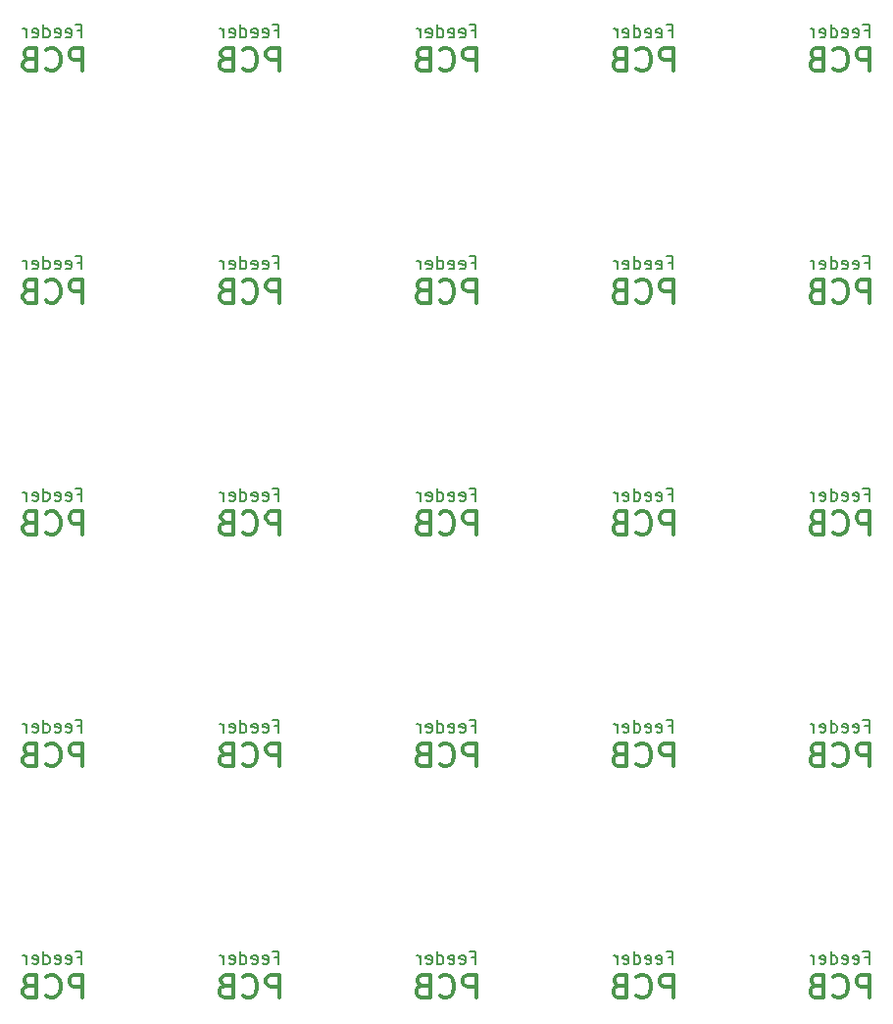
<source format=gbr>
%TF.GenerationSoftware,KiCad,Pcbnew,(6.0.5)*%
%TF.CreationDate,2022-07-01T01:15:04-04:00*%
%TF.ProjectId,Feeder-Panelized,46656564-6572-42d5-9061-6e656c697a65,rev?*%
%TF.SameCoordinates,Original*%
%TF.FileFunction,Legend,Bot*%
%TF.FilePolarity,Positive*%
%FSLAX46Y46*%
G04 Gerber Fmt 4.6, Leading zero omitted, Abs format (unit mm)*
G04 Created by KiCad (PCBNEW (6.0.5)) date 2022-07-01 01:15:04*
%MOMM*%
%LPD*%
G01*
G04 APERTURE LIST*
%ADD10C,0.300000*%
%ADD11C,0.150000*%
G04 APERTURE END LIST*
D10*
X218523809Y-133904761D02*
X218523809Y-131904761D01*
X217761904Y-131904761D01*
X217571428Y-132000000D01*
X217476190Y-132095238D01*
X217380952Y-132285714D01*
X217380952Y-132571428D01*
X217476190Y-132761904D01*
X217571428Y-132857142D01*
X217761904Y-132952380D01*
X218523809Y-132952380D01*
X215380952Y-133714285D02*
X215476190Y-133809523D01*
X215761904Y-133904761D01*
X215952380Y-133904761D01*
X216238095Y-133809523D01*
X216428571Y-133619047D01*
X216523809Y-133428571D01*
X216619047Y-133047619D01*
X216619047Y-132761904D01*
X216523809Y-132380952D01*
X216428571Y-132190476D01*
X216238095Y-132000000D01*
X215952380Y-131904761D01*
X215761904Y-131904761D01*
X215476190Y-132000000D01*
X215380952Y-132095238D01*
X213857142Y-132857142D02*
X213571428Y-132952380D01*
X213476190Y-133047619D01*
X213380952Y-133238095D01*
X213380952Y-133523809D01*
X213476190Y-133714285D01*
X213571428Y-133809523D01*
X213761904Y-133904761D01*
X214523809Y-133904761D01*
X214523809Y-131904761D01*
X213857142Y-131904761D01*
X213666666Y-132000000D01*
X213571428Y-132095238D01*
X213476190Y-132285714D01*
X213476190Y-132476190D01*
X213571428Y-132666666D01*
X213666666Y-132761904D01*
X213857142Y-132857142D01*
X214523809Y-132857142D01*
X201523809Y-93904761D02*
X201523809Y-91904761D01*
X200761904Y-91904761D01*
X200571428Y-92000000D01*
X200476190Y-92095238D01*
X200380952Y-92285714D01*
X200380952Y-92571428D01*
X200476190Y-92761904D01*
X200571428Y-92857142D01*
X200761904Y-92952380D01*
X201523809Y-92952380D01*
X198380952Y-93714285D02*
X198476190Y-93809523D01*
X198761904Y-93904761D01*
X198952380Y-93904761D01*
X199238095Y-93809523D01*
X199428571Y-93619047D01*
X199523809Y-93428571D01*
X199619047Y-93047619D01*
X199619047Y-92761904D01*
X199523809Y-92380952D01*
X199428571Y-92190476D01*
X199238095Y-92000000D01*
X198952380Y-91904761D01*
X198761904Y-91904761D01*
X198476190Y-92000000D01*
X198380952Y-92095238D01*
X196857142Y-92857142D02*
X196571428Y-92952380D01*
X196476190Y-93047619D01*
X196380952Y-93238095D01*
X196380952Y-93523809D01*
X196476190Y-93714285D01*
X196571428Y-93809523D01*
X196761904Y-93904761D01*
X197523809Y-93904761D01*
X197523809Y-91904761D01*
X196857142Y-91904761D01*
X196666666Y-92000000D01*
X196571428Y-92095238D01*
X196476190Y-92285714D01*
X196476190Y-92476190D01*
X196571428Y-92666666D01*
X196666666Y-92761904D01*
X196857142Y-92857142D01*
X197523809Y-92857142D01*
D11*
X184095238Y-90421428D02*
X184461904Y-90421428D01*
X184461904Y-90997619D02*
X184461904Y-89897619D01*
X183938095Y-89897619D01*
X183100000Y-90945238D02*
X183204761Y-90997619D01*
X183414285Y-90997619D01*
X183519047Y-90945238D01*
X183571428Y-90840476D01*
X183571428Y-90421428D01*
X183519047Y-90316666D01*
X183414285Y-90264285D01*
X183204761Y-90264285D01*
X183100000Y-90316666D01*
X183047619Y-90421428D01*
X183047619Y-90526190D01*
X183571428Y-90630952D01*
X182157142Y-90945238D02*
X182261904Y-90997619D01*
X182471428Y-90997619D01*
X182576190Y-90945238D01*
X182628571Y-90840476D01*
X182628571Y-90421428D01*
X182576190Y-90316666D01*
X182471428Y-90264285D01*
X182261904Y-90264285D01*
X182157142Y-90316666D01*
X182104761Y-90421428D01*
X182104761Y-90526190D01*
X182628571Y-90630952D01*
X181161904Y-90997619D02*
X181161904Y-89897619D01*
X181161904Y-90945238D02*
X181266666Y-90997619D01*
X181476190Y-90997619D01*
X181580952Y-90945238D01*
X181633333Y-90892857D01*
X181685714Y-90788095D01*
X181685714Y-90473809D01*
X181633333Y-90369047D01*
X181580952Y-90316666D01*
X181476190Y-90264285D01*
X181266666Y-90264285D01*
X181161904Y-90316666D01*
X180219047Y-90945238D02*
X180323809Y-90997619D01*
X180533333Y-90997619D01*
X180638095Y-90945238D01*
X180690476Y-90840476D01*
X180690476Y-90421428D01*
X180638095Y-90316666D01*
X180533333Y-90264285D01*
X180323809Y-90264285D01*
X180219047Y-90316666D01*
X180166666Y-90421428D01*
X180166666Y-90526190D01*
X180690476Y-90630952D01*
X179695238Y-90997619D02*
X179695238Y-90264285D01*
X179695238Y-90473809D02*
X179642857Y-90369047D01*
X179590476Y-90316666D01*
X179485714Y-90264285D01*
X179380952Y-90264285D01*
X201095238Y-170421428D02*
X201461904Y-170421428D01*
X201461904Y-170997619D02*
X201461904Y-169897619D01*
X200938095Y-169897619D01*
X200100000Y-170945238D02*
X200204761Y-170997619D01*
X200414285Y-170997619D01*
X200519047Y-170945238D01*
X200571428Y-170840476D01*
X200571428Y-170421428D01*
X200519047Y-170316666D01*
X200414285Y-170264285D01*
X200204761Y-170264285D01*
X200100000Y-170316666D01*
X200047619Y-170421428D01*
X200047619Y-170526190D01*
X200571428Y-170630952D01*
X199157142Y-170945238D02*
X199261904Y-170997619D01*
X199471428Y-170997619D01*
X199576190Y-170945238D01*
X199628571Y-170840476D01*
X199628571Y-170421428D01*
X199576190Y-170316666D01*
X199471428Y-170264285D01*
X199261904Y-170264285D01*
X199157142Y-170316666D01*
X199104761Y-170421428D01*
X199104761Y-170526190D01*
X199628571Y-170630952D01*
X198161904Y-170997619D02*
X198161904Y-169897619D01*
X198161904Y-170945238D02*
X198266666Y-170997619D01*
X198476190Y-170997619D01*
X198580952Y-170945238D01*
X198633333Y-170892857D01*
X198685714Y-170788095D01*
X198685714Y-170473809D01*
X198633333Y-170369047D01*
X198580952Y-170316666D01*
X198476190Y-170264285D01*
X198266666Y-170264285D01*
X198161904Y-170316666D01*
X197219047Y-170945238D02*
X197323809Y-170997619D01*
X197533333Y-170997619D01*
X197638095Y-170945238D01*
X197690476Y-170840476D01*
X197690476Y-170421428D01*
X197638095Y-170316666D01*
X197533333Y-170264285D01*
X197323809Y-170264285D01*
X197219047Y-170316666D01*
X197166666Y-170421428D01*
X197166666Y-170526190D01*
X197690476Y-170630952D01*
X196695238Y-170997619D02*
X196695238Y-170264285D01*
X196695238Y-170473809D02*
X196642857Y-170369047D01*
X196590476Y-170316666D01*
X196485714Y-170264285D01*
X196380952Y-170264285D01*
D10*
X184523809Y-153904761D02*
X184523809Y-151904761D01*
X183761904Y-151904761D01*
X183571428Y-152000000D01*
X183476190Y-152095238D01*
X183380952Y-152285714D01*
X183380952Y-152571428D01*
X183476190Y-152761904D01*
X183571428Y-152857142D01*
X183761904Y-152952380D01*
X184523809Y-152952380D01*
X181380952Y-153714285D02*
X181476190Y-153809523D01*
X181761904Y-153904761D01*
X181952380Y-153904761D01*
X182238095Y-153809523D01*
X182428571Y-153619047D01*
X182523809Y-153428571D01*
X182619047Y-153047619D01*
X182619047Y-152761904D01*
X182523809Y-152380952D01*
X182428571Y-152190476D01*
X182238095Y-152000000D01*
X181952380Y-151904761D01*
X181761904Y-151904761D01*
X181476190Y-152000000D01*
X181380952Y-152095238D01*
X179857142Y-152857142D02*
X179571428Y-152952380D01*
X179476190Y-153047619D01*
X179380952Y-153238095D01*
X179380952Y-153523809D01*
X179476190Y-153714285D01*
X179571428Y-153809523D01*
X179761904Y-153904761D01*
X180523809Y-153904761D01*
X180523809Y-151904761D01*
X179857142Y-151904761D01*
X179666666Y-152000000D01*
X179571428Y-152095238D01*
X179476190Y-152285714D01*
X179476190Y-152476190D01*
X179571428Y-152666666D01*
X179666666Y-152761904D01*
X179857142Y-152857142D01*
X180523809Y-152857142D01*
D11*
X218095238Y-90421428D02*
X218461904Y-90421428D01*
X218461904Y-90997619D02*
X218461904Y-89897619D01*
X217938095Y-89897619D01*
X217100000Y-90945238D02*
X217204761Y-90997619D01*
X217414285Y-90997619D01*
X217519047Y-90945238D01*
X217571428Y-90840476D01*
X217571428Y-90421428D01*
X217519047Y-90316666D01*
X217414285Y-90264285D01*
X217204761Y-90264285D01*
X217100000Y-90316666D01*
X217047619Y-90421428D01*
X217047619Y-90526190D01*
X217571428Y-90630952D01*
X216157142Y-90945238D02*
X216261904Y-90997619D01*
X216471428Y-90997619D01*
X216576190Y-90945238D01*
X216628571Y-90840476D01*
X216628571Y-90421428D01*
X216576190Y-90316666D01*
X216471428Y-90264285D01*
X216261904Y-90264285D01*
X216157142Y-90316666D01*
X216104761Y-90421428D01*
X216104761Y-90526190D01*
X216628571Y-90630952D01*
X215161904Y-90997619D02*
X215161904Y-89897619D01*
X215161904Y-90945238D02*
X215266666Y-90997619D01*
X215476190Y-90997619D01*
X215580952Y-90945238D01*
X215633333Y-90892857D01*
X215685714Y-90788095D01*
X215685714Y-90473809D01*
X215633333Y-90369047D01*
X215580952Y-90316666D01*
X215476190Y-90264285D01*
X215266666Y-90264285D01*
X215161904Y-90316666D01*
X214219047Y-90945238D02*
X214323809Y-90997619D01*
X214533333Y-90997619D01*
X214638095Y-90945238D01*
X214690476Y-90840476D01*
X214690476Y-90421428D01*
X214638095Y-90316666D01*
X214533333Y-90264285D01*
X214323809Y-90264285D01*
X214219047Y-90316666D01*
X214166666Y-90421428D01*
X214166666Y-90526190D01*
X214690476Y-90630952D01*
X213695238Y-90997619D02*
X213695238Y-90264285D01*
X213695238Y-90473809D02*
X213642857Y-90369047D01*
X213590476Y-90316666D01*
X213485714Y-90264285D01*
X213380952Y-90264285D01*
X167095238Y-170421428D02*
X167461904Y-170421428D01*
X167461904Y-170997619D02*
X167461904Y-169897619D01*
X166938095Y-169897619D01*
X166100000Y-170945238D02*
X166204761Y-170997619D01*
X166414285Y-170997619D01*
X166519047Y-170945238D01*
X166571428Y-170840476D01*
X166571428Y-170421428D01*
X166519047Y-170316666D01*
X166414285Y-170264285D01*
X166204761Y-170264285D01*
X166100000Y-170316666D01*
X166047619Y-170421428D01*
X166047619Y-170526190D01*
X166571428Y-170630952D01*
X165157142Y-170945238D02*
X165261904Y-170997619D01*
X165471428Y-170997619D01*
X165576190Y-170945238D01*
X165628571Y-170840476D01*
X165628571Y-170421428D01*
X165576190Y-170316666D01*
X165471428Y-170264285D01*
X165261904Y-170264285D01*
X165157142Y-170316666D01*
X165104761Y-170421428D01*
X165104761Y-170526190D01*
X165628571Y-170630952D01*
X164161904Y-170997619D02*
X164161904Y-169897619D01*
X164161904Y-170945238D02*
X164266666Y-170997619D01*
X164476190Y-170997619D01*
X164580952Y-170945238D01*
X164633333Y-170892857D01*
X164685714Y-170788095D01*
X164685714Y-170473809D01*
X164633333Y-170369047D01*
X164580952Y-170316666D01*
X164476190Y-170264285D01*
X164266666Y-170264285D01*
X164161904Y-170316666D01*
X163219047Y-170945238D02*
X163323809Y-170997619D01*
X163533333Y-170997619D01*
X163638095Y-170945238D01*
X163690476Y-170840476D01*
X163690476Y-170421428D01*
X163638095Y-170316666D01*
X163533333Y-170264285D01*
X163323809Y-170264285D01*
X163219047Y-170316666D01*
X163166666Y-170421428D01*
X163166666Y-170526190D01*
X163690476Y-170630952D01*
X162695238Y-170997619D02*
X162695238Y-170264285D01*
X162695238Y-170473809D02*
X162642857Y-170369047D01*
X162590476Y-170316666D01*
X162485714Y-170264285D01*
X162380952Y-170264285D01*
D10*
X167523809Y-133904761D02*
X167523809Y-131904761D01*
X166761904Y-131904761D01*
X166571428Y-132000000D01*
X166476190Y-132095238D01*
X166380952Y-132285714D01*
X166380952Y-132571428D01*
X166476190Y-132761904D01*
X166571428Y-132857142D01*
X166761904Y-132952380D01*
X167523809Y-132952380D01*
X164380952Y-133714285D02*
X164476190Y-133809523D01*
X164761904Y-133904761D01*
X164952380Y-133904761D01*
X165238095Y-133809523D01*
X165428571Y-133619047D01*
X165523809Y-133428571D01*
X165619047Y-133047619D01*
X165619047Y-132761904D01*
X165523809Y-132380952D01*
X165428571Y-132190476D01*
X165238095Y-132000000D01*
X164952380Y-131904761D01*
X164761904Y-131904761D01*
X164476190Y-132000000D01*
X164380952Y-132095238D01*
X162857142Y-132857142D02*
X162571428Y-132952380D01*
X162476190Y-133047619D01*
X162380952Y-133238095D01*
X162380952Y-133523809D01*
X162476190Y-133714285D01*
X162571428Y-133809523D01*
X162761904Y-133904761D01*
X163523809Y-133904761D01*
X163523809Y-131904761D01*
X162857142Y-131904761D01*
X162666666Y-132000000D01*
X162571428Y-132095238D01*
X162476190Y-132285714D01*
X162476190Y-132476190D01*
X162571428Y-132666666D01*
X162666666Y-132761904D01*
X162857142Y-132857142D01*
X163523809Y-132857142D01*
X150523809Y-113904761D02*
X150523809Y-111904761D01*
X149761904Y-111904761D01*
X149571428Y-112000000D01*
X149476190Y-112095238D01*
X149380952Y-112285714D01*
X149380952Y-112571428D01*
X149476190Y-112761904D01*
X149571428Y-112857142D01*
X149761904Y-112952380D01*
X150523809Y-112952380D01*
X147380952Y-113714285D02*
X147476190Y-113809523D01*
X147761904Y-113904761D01*
X147952380Y-113904761D01*
X148238095Y-113809523D01*
X148428571Y-113619047D01*
X148523809Y-113428571D01*
X148619047Y-113047619D01*
X148619047Y-112761904D01*
X148523809Y-112380952D01*
X148428571Y-112190476D01*
X148238095Y-112000000D01*
X147952380Y-111904761D01*
X147761904Y-111904761D01*
X147476190Y-112000000D01*
X147380952Y-112095238D01*
X145857142Y-112857142D02*
X145571428Y-112952380D01*
X145476190Y-113047619D01*
X145380952Y-113238095D01*
X145380952Y-113523809D01*
X145476190Y-113714285D01*
X145571428Y-113809523D01*
X145761904Y-113904761D01*
X146523809Y-113904761D01*
X146523809Y-111904761D01*
X145857142Y-111904761D01*
X145666666Y-112000000D01*
X145571428Y-112095238D01*
X145476190Y-112285714D01*
X145476190Y-112476190D01*
X145571428Y-112666666D01*
X145666666Y-112761904D01*
X145857142Y-112857142D01*
X146523809Y-112857142D01*
D11*
X201095238Y-90421428D02*
X201461904Y-90421428D01*
X201461904Y-90997619D02*
X201461904Y-89897619D01*
X200938095Y-89897619D01*
X200100000Y-90945238D02*
X200204761Y-90997619D01*
X200414285Y-90997619D01*
X200519047Y-90945238D01*
X200571428Y-90840476D01*
X200571428Y-90421428D01*
X200519047Y-90316666D01*
X200414285Y-90264285D01*
X200204761Y-90264285D01*
X200100000Y-90316666D01*
X200047619Y-90421428D01*
X200047619Y-90526190D01*
X200571428Y-90630952D01*
X199157142Y-90945238D02*
X199261904Y-90997619D01*
X199471428Y-90997619D01*
X199576190Y-90945238D01*
X199628571Y-90840476D01*
X199628571Y-90421428D01*
X199576190Y-90316666D01*
X199471428Y-90264285D01*
X199261904Y-90264285D01*
X199157142Y-90316666D01*
X199104761Y-90421428D01*
X199104761Y-90526190D01*
X199628571Y-90630952D01*
X198161904Y-90997619D02*
X198161904Y-89897619D01*
X198161904Y-90945238D02*
X198266666Y-90997619D01*
X198476190Y-90997619D01*
X198580952Y-90945238D01*
X198633333Y-90892857D01*
X198685714Y-90788095D01*
X198685714Y-90473809D01*
X198633333Y-90369047D01*
X198580952Y-90316666D01*
X198476190Y-90264285D01*
X198266666Y-90264285D01*
X198161904Y-90316666D01*
X197219047Y-90945238D02*
X197323809Y-90997619D01*
X197533333Y-90997619D01*
X197638095Y-90945238D01*
X197690476Y-90840476D01*
X197690476Y-90421428D01*
X197638095Y-90316666D01*
X197533333Y-90264285D01*
X197323809Y-90264285D01*
X197219047Y-90316666D01*
X197166666Y-90421428D01*
X197166666Y-90526190D01*
X197690476Y-90630952D01*
X196695238Y-90997619D02*
X196695238Y-90264285D01*
X196695238Y-90473809D02*
X196642857Y-90369047D01*
X196590476Y-90316666D01*
X196485714Y-90264285D01*
X196380952Y-90264285D01*
X218095238Y-110421428D02*
X218461904Y-110421428D01*
X218461904Y-110997619D02*
X218461904Y-109897619D01*
X217938095Y-109897619D01*
X217100000Y-110945238D02*
X217204761Y-110997619D01*
X217414285Y-110997619D01*
X217519047Y-110945238D01*
X217571428Y-110840476D01*
X217571428Y-110421428D01*
X217519047Y-110316666D01*
X217414285Y-110264285D01*
X217204761Y-110264285D01*
X217100000Y-110316666D01*
X217047619Y-110421428D01*
X217047619Y-110526190D01*
X217571428Y-110630952D01*
X216157142Y-110945238D02*
X216261904Y-110997619D01*
X216471428Y-110997619D01*
X216576190Y-110945238D01*
X216628571Y-110840476D01*
X216628571Y-110421428D01*
X216576190Y-110316666D01*
X216471428Y-110264285D01*
X216261904Y-110264285D01*
X216157142Y-110316666D01*
X216104761Y-110421428D01*
X216104761Y-110526190D01*
X216628571Y-110630952D01*
X215161904Y-110997619D02*
X215161904Y-109897619D01*
X215161904Y-110945238D02*
X215266666Y-110997619D01*
X215476190Y-110997619D01*
X215580952Y-110945238D01*
X215633333Y-110892857D01*
X215685714Y-110788095D01*
X215685714Y-110473809D01*
X215633333Y-110369047D01*
X215580952Y-110316666D01*
X215476190Y-110264285D01*
X215266666Y-110264285D01*
X215161904Y-110316666D01*
X214219047Y-110945238D02*
X214323809Y-110997619D01*
X214533333Y-110997619D01*
X214638095Y-110945238D01*
X214690476Y-110840476D01*
X214690476Y-110421428D01*
X214638095Y-110316666D01*
X214533333Y-110264285D01*
X214323809Y-110264285D01*
X214219047Y-110316666D01*
X214166666Y-110421428D01*
X214166666Y-110526190D01*
X214690476Y-110630952D01*
X213695238Y-110997619D02*
X213695238Y-110264285D01*
X213695238Y-110473809D02*
X213642857Y-110369047D01*
X213590476Y-110316666D01*
X213485714Y-110264285D01*
X213380952Y-110264285D01*
D10*
X184523809Y-133904761D02*
X184523809Y-131904761D01*
X183761904Y-131904761D01*
X183571428Y-132000000D01*
X183476190Y-132095238D01*
X183380952Y-132285714D01*
X183380952Y-132571428D01*
X183476190Y-132761904D01*
X183571428Y-132857142D01*
X183761904Y-132952380D01*
X184523809Y-132952380D01*
X181380952Y-133714285D02*
X181476190Y-133809523D01*
X181761904Y-133904761D01*
X181952380Y-133904761D01*
X182238095Y-133809523D01*
X182428571Y-133619047D01*
X182523809Y-133428571D01*
X182619047Y-133047619D01*
X182619047Y-132761904D01*
X182523809Y-132380952D01*
X182428571Y-132190476D01*
X182238095Y-132000000D01*
X181952380Y-131904761D01*
X181761904Y-131904761D01*
X181476190Y-132000000D01*
X181380952Y-132095238D01*
X179857142Y-132857142D02*
X179571428Y-132952380D01*
X179476190Y-133047619D01*
X179380952Y-133238095D01*
X179380952Y-133523809D01*
X179476190Y-133714285D01*
X179571428Y-133809523D01*
X179761904Y-133904761D01*
X180523809Y-133904761D01*
X180523809Y-131904761D01*
X179857142Y-131904761D01*
X179666666Y-132000000D01*
X179571428Y-132095238D01*
X179476190Y-132285714D01*
X179476190Y-132476190D01*
X179571428Y-132666666D01*
X179666666Y-132761904D01*
X179857142Y-132857142D01*
X180523809Y-132857142D01*
D11*
X201095238Y-130421428D02*
X201461904Y-130421428D01*
X201461904Y-130997619D02*
X201461904Y-129897619D01*
X200938095Y-129897619D01*
X200100000Y-130945238D02*
X200204761Y-130997619D01*
X200414285Y-130997619D01*
X200519047Y-130945238D01*
X200571428Y-130840476D01*
X200571428Y-130421428D01*
X200519047Y-130316666D01*
X200414285Y-130264285D01*
X200204761Y-130264285D01*
X200100000Y-130316666D01*
X200047619Y-130421428D01*
X200047619Y-130526190D01*
X200571428Y-130630952D01*
X199157142Y-130945238D02*
X199261904Y-130997619D01*
X199471428Y-130997619D01*
X199576190Y-130945238D01*
X199628571Y-130840476D01*
X199628571Y-130421428D01*
X199576190Y-130316666D01*
X199471428Y-130264285D01*
X199261904Y-130264285D01*
X199157142Y-130316666D01*
X199104761Y-130421428D01*
X199104761Y-130526190D01*
X199628571Y-130630952D01*
X198161904Y-130997619D02*
X198161904Y-129897619D01*
X198161904Y-130945238D02*
X198266666Y-130997619D01*
X198476190Y-130997619D01*
X198580952Y-130945238D01*
X198633333Y-130892857D01*
X198685714Y-130788095D01*
X198685714Y-130473809D01*
X198633333Y-130369047D01*
X198580952Y-130316666D01*
X198476190Y-130264285D01*
X198266666Y-130264285D01*
X198161904Y-130316666D01*
X197219047Y-130945238D02*
X197323809Y-130997619D01*
X197533333Y-130997619D01*
X197638095Y-130945238D01*
X197690476Y-130840476D01*
X197690476Y-130421428D01*
X197638095Y-130316666D01*
X197533333Y-130264285D01*
X197323809Y-130264285D01*
X197219047Y-130316666D01*
X197166666Y-130421428D01*
X197166666Y-130526190D01*
X197690476Y-130630952D01*
X196695238Y-130997619D02*
X196695238Y-130264285D01*
X196695238Y-130473809D02*
X196642857Y-130369047D01*
X196590476Y-130316666D01*
X196485714Y-130264285D01*
X196380952Y-130264285D01*
D10*
X184523809Y-173904761D02*
X184523809Y-171904761D01*
X183761904Y-171904761D01*
X183571428Y-172000000D01*
X183476190Y-172095238D01*
X183380952Y-172285714D01*
X183380952Y-172571428D01*
X183476190Y-172761904D01*
X183571428Y-172857142D01*
X183761904Y-172952380D01*
X184523809Y-172952380D01*
X181380952Y-173714285D02*
X181476190Y-173809523D01*
X181761904Y-173904761D01*
X181952380Y-173904761D01*
X182238095Y-173809523D01*
X182428571Y-173619047D01*
X182523809Y-173428571D01*
X182619047Y-173047619D01*
X182619047Y-172761904D01*
X182523809Y-172380952D01*
X182428571Y-172190476D01*
X182238095Y-172000000D01*
X181952380Y-171904761D01*
X181761904Y-171904761D01*
X181476190Y-172000000D01*
X181380952Y-172095238D01*
X179857142Y-172857142D02*
X179571428Y-172952380D01*
X179476190Y-173047619D01*
X179380952Y-173238095D01*
X179380952Y-173523809D01*
X179476190Y-173714285D01*
X179571428Y-173809523D01*
X179761904Y-173904761D01*
X180523809Y-173904761D01*
X180523809Y-171904761D01*
X179857142Y-171904761D01*
X179666666Y-172000000D01*
X179571428Y-172095238D01*
X179476190Y-172285714D01*
X179476190Y-172476190D01*
X179571428Y-172666666D01*
X179666666Y-172761904D01*
X179857142Y-172857142D01*
X180523809Y-172857142D01*
X201523809Y-173904761D02*
X201523809Y-171904761D01*
X200761904Y-171904761D01*
X200571428Y-172000000D01*
X200476190Y-172095238D01*
X200380952Y-172285714D01*
X200380952Y-172571428D01*
X200476190Y-172761904D01*
X200571428Y-172857142D01*
X200761904Y-172952380D01*
X201523809Y-172952380D01*
X198380952Y-173714285D02*
X198476190Y-173809523D01*
X198761904Y-173904761D01*
X198952380Y-173904761D01*
X199238095Y-173809523D01*
X199428571Y-173619047D01*
X199523809Y-173428571D01*
X199619047Y-173047619D01*
X199619047Y-172761904D01*
X199523809Y-172380952D01*
X199428571Y-172190476D01*
X199238095Y-172000000D01*
X198952380Y-171904761D01*
X198761904Y-171904761D01*
X198476190Y-172000000D01*
X198380952Y-172095238D01*
X196857142Y-172857142D02*
X196571428Y-172952380D01*
X196476190Y-173047619D01*
X196380952Y-173238095D01*
X196380952Y-173523809D01*
X196476190Y-173714285D01*
X196571428Y-173809523D01*
X196761904Y-173904761D01*
X197523809Y-173904761D01*
X197523809Y-171904761D01*
X196857142Y-171904761D01*
X196666666Y-172000000D01*
X196571428Y-172095238D01*
X196476190Y-172285714D01*
X196476190Y-172476190D01*
X196571428Y-172666666D01*
X196666666Y-172761904D01*
X196857142Y-172857142D01*
X197523809Y-172857142D01*
X167523809Y-93904761D02*
X167523809Y-91904761D01*
X166761904Y-91904761D01*
X166571428Y-92000000D01*
X166476190Y-92095238D01*
X166380952Y-92285714D01*
X166380952Y-92571428D01*
X166476190Y-92761904D01*
X166571428Y-92857142D01*
X166761904Y-92952380D01*
X167523809Y-92952380D01*
X164380952Y-93714285D02*
X164476190Y-93809523D01*
X164761904Y-93904761D01*
X164952380Y-93904761D01*
X165238095Y-93809523D01*
X165428571Y-93619047D01*
X165523809Y-93428571D01*
X165619047Y-93047619D01*
X165619047Y-92761904D01*
X165523809Y-92380952D01*
X165428571Y-92190476D01*
X165238095Y-92000000D01*
X164952380Y-91904761D01*
X164761904Y-91904761D01*
X164476190Y-92000000D01*
X164380952Y-92095238D01*
X162857142Y-92857142D02*
X162571428Y-92952380D01*
X162476190Y-93047619D01*
X162380952Y-93238095D01*
X162380952Y-93523809D01*
X162476190Y-93714285D01*
X162571428Y-93809523D01*
X162761904Y-93904761D01*
X163523809Y-93904761D01*
X163523809Y-91904761D01*
X162857142Y-91904761D01*
X162666666Y-92000000D01*
X162571428Y-92095238D01*
X162476190Y-92285714D01*
X162476190Y-92476190D01*
X162571428Y-92666666D01*
X162666666Y-92761904D01*
X162857142Y-92857142D01*
X163523809Y-92857142D01*
D11*
X184095238Y-150421428D02*
X184461904Y-150421428D01*
X184461904Y-150997619D02*
X184461904Y-149897619D01*
X183938095Y-149897619D01*
X183100000Y-150945238D02*
X183204761Y-150997619D01*
X183414285Y-150997619D01*
X183519047Y-150945238D01*
X183571428Y-150840476D01*
X183571428Y-150421428D01*
X183519047Y-150316666D01*
X183414285Y-150264285D01*
X183204761Y-150264285D01*
X183100000Y-150316666D01*
X183047619Y-150421428D01*
X183047619Y-150526190D01*
X183571428Y-150630952D01*
X182157142Y-150945238D02*
X182261904Y-150997619D01*
X182471428Y-150997619D01*
X182576190Y-150945238D01*
X182628571Y-150840476D01*
X182628571Y-150421428D01*
X182576190Y-150316666D01*
X182471428Y-150264285D01*
X182261904Y-150264285D01*
X182157142Y-150316666D01*
X182104761Y-150421428D01*
X182104761Y-150526190D01*
X182628571Y-150630952D01*
X181161904Y-150997619D02*
X181161904Y-149897619D01*
X181161904Y-150945238D02*
X181266666Y-150997619D01*
X181476190Y-150997619D01*
X181580952Y-150945238D01*
X181633333Y-150892857D01*
X181685714Y-150788095D01*
X181685714Y-150473809D01*
X181633333Y-150369047D01*
X181580952Y-150316666D01*
X181476190Y-150264285D01*
X181266666Y-150264285D01*
X181161904Y-150316666D01*
X180219047Y-150945238D02*
X180323809Y-150997619D01*
X180533333Y-150997619D01*
X180638095Y-150945238D01*
X180690476Y-150840476D01*
X180690476Y-150421428D01*
X180638095Y-150316666D01*
X180533333Y-150264285D01*
X180323809Y-150264285D01*
X180219047Y-150316666D01*
X180166666Y-150421428D01*
X180166666Y-150526190D01*
X180690476Y-150630952D01*
X179695238Y-150997619D02*
X179695238Y-150264285D01*
X179695238Y-150473809D02*
X179642857Y-150369047D01*
X179590476Y-150316666D01*
X179485714Y-150264285D01*
X179380952Y-150264285D01*
X167095238Y-110421428D02*
X167461904Y-110421428D01*
X167461904Y-110997619D02*
X167461904Y-109897619D01*
X166938095Y-109897619D01*
X166100000Y-110945238D02*
X166204761Y-110997619D01*
X166414285Y-110997619D01*
X166519047Y-110945238D01*
X166571428Y-110840476D01*
X166571428Y-110421428D01*
X166519047Y-110316666D01*
X166414285Y-110264285D01*
X166204761Y-110264285D01*
X166100000Y-110316666D01*
X166047619Y-110421428D01*
X166047619Y-110526190D01*
X166571428Y-110630952D01*
X165157142Y-110945238D02*
X165261904Y-110997619D01*
X165471428Y-110997619D01*
X165576190Y-110945238D01*
X165628571Y-110840476D01*
X165628571Y-110421428D01*
X165576190Y-110316666D01*
X165471428Y-110264285D01*
X165261904Y-110264285D01*
X165157142Y-110316666D01*
X165104761Y-110421428D01*
X165104761Y-110526190D01*
X165628571Y-110630952D01*
X164161904Y-110997619D02*
X164161904Y-109897619D01*
X164161904Y-110945238D02*
X164266666Y-110997619D01*
X164476190Y-110997619D01*
X164580952Y-110945238D01*
X164633333Y-110892857D01*
X164685714Y-110788095D01*
X164685714Y-110473809D01*
X164633333Y-110369047D01*
X164580952Y-110316666D01*
X164476190Y-110264285D01*
X164266666Y-110264285D01*
X164161904Y-110316666D01*
X163219047Y-110945238D02*
X163323809Y-110997619D01*
X163533333Y-110997619D01*
X163638095Y-110945238D01*
X163690476Y-110840476D01*
X163690476Y-110421428D01*
X163638095Y-110316666D01*
X163533333Y-110264285D01*
X163323809Y-110264285D01*
X163219047Y-110316666D01*
X163166666Y-110421428D01*
X163166666Y-110526190D01*
X163690476Y-110630952D01*
X162695238Y-110997619D02*
X162695238Y-110264285D01*
X162695238Y-110473809D02*
X162642857Y-110369047D01*
X162590476Y-110316666D01*
X162485714Y-110264285D01*
X162380952Y-110264285D01*
X218095238Y-150421428D02*
X218461904Y-150421428D01*
X218461904Y-150997619D02*
X218461904Y-149897619D01*
X217938095Y-149897619D01*
X217100000Y-150945238D02*
X217204761Y-150997619D01*
X217414285Y-150997619D01*
X217519047Y-150945238D01*
X217571428Y-150840476D01*
X217571428Y-150421428D01*
X217519047Y-150316666D01*
X217414285Y-150264285D01*
X217204761Y-150264285D01*
X217100000Y-150316666D01*
X217047619Y-150421428D01*
X217047619Y-150526190D01*
X217571428Y-150630952D01*
X216157142Y-150945238D02*
X216261904Y-150997619D01*
X216471428Y-150997619D01*
X216576190Y-150945238D01*
X216628571Y-150840476D01*
X216628571Y-150421428D01*
X216576190Y-150316666D01*
X216471428Y-150264285D01*
X216261904Y-150264285D01*
X216157142Y-150316666D01*
X216104761Y-150421428D01*
X216104761Y-150526190D01*
X216628571Y-150630952D01*
X215161904Y-150997619D02*
X215161904Y-149897619D01*
X215161904Y-150945238D02*
X215266666Y-150997619D01*
X215476190Y-150997619D01*
X215580952Y-150945238D01*
X215633333Y-150892857D01*
X215685714Y-150788095D01*
X215685714Y-150473809D01*
X215633333Y-150369047D01*
X215580952Y-150316666D01*
X215476190Y-150264285D01*
X215266666Y-150264285D01*
X215161904Y-150316666D01*
X214219047Y-150945238D02*
X214323809Y-150997619D01*
X214533333Y-150997619D01*
X214638095Y-150945238D01*
X214690476Y-150840476D01*
X214690476Y-150421428D01*
X214638095Y-150316666D01*
X214533333Y-150264285D01*
X214323809Y-150264285D01*
X214219047Y-150316666D01*
X214166666Y-150421428D01*
X214166666Y-150526190D01*
X214690476Y-150630952D01*
X213695238Y-150997619D02*
X213695238Y-150264285D01*
X213695238Y-150473809D02*
X213642857Y-150369047D01*
X213590476Y-150316666D01*
X213485714Y-150264285D01*
X213380952Y-150264285D01*
X167095238Y-130421428D02*
X167461904Y-130421428D01*
X167461904Y-130997619D02*
X167461904Y-129897619D01*
X166938095Y-129897619D01*
X166100000Y-130945238D02*
X166204761Y-130997619D01*
X166414285Y-130997619D01*
X166519047Y-130945238D01*
X166571428Y-130840476D01*
X166571428Y-130421428D01*
X166519047Y-130316666D01*
X166414285Y-130264285D01*
X166204761Y-130264285D01*
X166100000Y-130316666D01*
X166047619Y-130421428D01*
X166047619Y-130526190D01*
X166571428Y-130630952D01*
X165157142Y-130945238D02*
X165261904Y-130997619D01*
X165471428Y-130997619D01*
X165576190Y-130945238D01*
X165628571Y-130840476D01*
X165628571Y-130421428D01*
X165576190Y-130316666D01*
X165471428Y-130264285D01*
X165261904Y-130264285D01*
X165157142Y-130316666D01*
X165104761Y-130421428D01*
X165104761Y-130526190D01*
X165628571Y-130630952D01*
X164161904Y-130997619D02*
X164161904Y-129897619D01*
X164161904Y-130945238D02*
X164266666Y-130997619D01*
X164476190Y-130997619D01*
X164580952Y-130945238D01*
X164633333Y-130892857D01*
X164685714Y-130788095D01*
X164685714Y-130473809D01*
X164633333Y-130369047D01*
X164580952Y-130316666D01*
X164476190Y-130264285D01*
X164266666Y-130264285D01*
X164161904Y-130316666D01*
X163219047Y-130945238D02*
X163323809Y-130997619D01*
X163533333Y-130997619D01*
X163638095Y-130945238D01*
X163690476Y-130840476D01*
X163690476Y-130421428D01*
X163638095Y-130316666D01*
X163533333Y-130264285D01*
X163323809Y-130264285D01*
X163219047Y-130316666D01*
X163166666Y-130421428D01*
X163166666Y-130526190D01*
X163690476Y-130630952D01*
X162695238Y-130997619D02*
X162695238Y-130264285D01*
X162695238Y-130473809D02*
X162642857Y-130369047D01*
X162590476Y-130316666D01*
X162485714Y-130264285D01*
X162380952Y-130264285D01*
X218095238Y-130421428D02*
X218461904Y-130421428D01*
X218461904Y-130997619D02*
X218461904Y-129897619D01*
X217938095Y-129897619D01*
X217100000Y-130945238D02*
X217204761Y-130997619D01*
X217414285Y-130997619D01*
X217519047Y-130945238D01*
X217571428Y-130840476D01*
X217571428Y-130421428D01*
X217519047Y-130316666D01*
X217414285Y-130264285D01*
X217204761Y-130264285D01*
X217100000Y-130316666D01*
X217047619Y-130421428D01*
X217047619Y-130526190D01*
X217571428Y-130630952D01*
X216157142Y-130945238D02*
X216261904Y-130997619D01*
X216471428Y-130997619D01*
X216576190Y-130945238D01*
X216628571Y-130840476D01*
X216628571Y-130421428D01*
X216576190Y-130316666D01*
X216471428Y-130264285D01*
X216261904Y-130264285D01*
X216157142Y-130316666D01*
X216104761Y-130421428D01*
X216104761Y-130526190D01*
X216628571Y-130630952D01*
X215161904Y-130997619D02*
X215161904Y-129897619D01*
X215161904Y-130945238D02*
X215266666Y-130997619D01*
X215476190Y-130997619D01*
X215580952Y-130945238D01*
X215633333Y-130892857D01*
X215685714Y-130788095D01*
X215685714Y-130473809D01*
X215633333Y-130369047D01*
X215580952Y-130316666D01*
X215476190Y-130264285D01*
X215266666Y-130264285D01*
X215161904Y-130316666D01*
X214219047Y-130945238D02*
X214323809Y-130997619D01*
X214533333Y-130997619D01*
X214638095Y-130945238D01*
X214690476Y-130840476D01*
X214690476Y-130421428D01*
X214638095Y-130316666D01*
X214533333Y-130264285D01*
X214323809Y-130264285D01*
X214219047Y-130316666D01*
X214166666Y-130421428D01*
X214166666Y-130526190D01*
X214690476Y-130630952D01*
X213695238Y-130997619D02*
X213695238Y-130264285D01*
X213695238Y-130473809D02*
X213642857Y-130369047D01*
X213590476Y-130316666D01*
X213485714Y-130264285D01*
X213380952Y-130264285D01*
D10*
X184523809Y-113904761D02*
X184523809Y-111904761D01*
X183761904Y-111904761D01*
X183571428Y-112000000D01*
X183476190Y-112095238D01*
X183380952Y-112285714D01*
X183380952Y-112571428D01*
X183476190Y-112761904D01*
X183571428Y-112857142D01*
X183761904Y-112952380D01*
X184523809Y-112952380D01*
X181380952Y-113714285D02*
X181476190Y-113809523D01*
X181761904Y-113904761D01*
X181952380Y-113904761D01*
X182238095Y-113809523D01*
X182428571Y-113619047D01*
X182523809Y-113428571D01*
X182619047Y-113047619D01*
X182619047Y-112761904D01*
X182523809Y-112380952D01*
X182428571Y-112190476D01*
X182238095Y-112000000D01*
X181952380Y-111904761D01*
X181761904Y-111904761D01*
X181476190Y-112000000D01*
X181380952Y-112095238D01*
X179857142Y-112857142D02*
X179571428Y-112952380D01*
X179476190Y-113047619D01*
X179380952Y-113238095D01*
X179380952Y-113523809D01*
X179476190Y-113714285D01*
X179571428Y-113809523D01*
X179761904Y-113904761D01*
X180523809Y-113904761D01*
X180523809Y-111904761D01*
X179857142Y-111904761D01*
X179666666Y-112000000D01*
X179571428Y-112095238D01*
X179476190Y-112285714D01*
X179476190Y-112476190D01*
X179571428Y-112666666D01*
X179666666Y-112761904D01*
X179857142Y-112857142D01*
X180523809Y-112857142D01*
D11*
X218095238Y-170421428D02*
X218461904Y-170421428D01*
X218461904Y-170997619D02*
X218461904Y-169897619D01*
X217938095Y-169897619D01*
X217100000Y-170945238D02*
X217204761Y-170997619D01*
X217414285Y-170997619D01*
X217519047Y-170945238D01*
X217571428Y-170840476D01*
X217571428Y-170421428D01*
X217519047Y-170316666D01*
X217414285Y-170264285D01*
X217204761Y-170264285D01*
X217100000Y-170316666D01*
X217047619Y-170421428D01*
X217047619Y-170526190D01*
X217571428Y-170630952D01*
X216157142Y-170945238D02*
X216261904Y-170997619D01*
X216471428Y-170997619D01*
X216576190Y-170945238D01*
X216628571Y-170840476D01*
X216628571Y-170421428D01*
X216576190Y-170316666D01*
X216471428Y-170264285D01*
X216261904Y-170264285D01*
X216157142Y-170316666D01*
X216104761Y-170421428D01*
X216104761Y-170526190D01*
X216628571Y-170630952D01*
X215161904Y-170997619D02*
X215161904Y-169897619D01*
X215161904Y-170945238D02*
X215266666Y-170997619D01*
X215476190Y-170997619D01*
X215580952Y-170945238D01*
X215633333Y-170892857D01*
X215685714Y-170788095D01*
X215685714Y-170473809D01*
X215633333Y-170369047D01*
X215580952Y-170316666D01*
X215476190Y-170264285D01*
X215266666Y-170264285D01*
X215161904Y-170316666D01*
X214219047Y-170945238D02*
X214323809Y-170997619D01*
X214533333Y-170997619D01*
X214638095Y-170945238D01*
X214690476Y-170840476D01*
X214690476Y-170421428D01*
X214638095Y-170316666D01*
X214533333Y-170264285D01*
X214323809Y-170264285D01*
X214219047Y-170316666D01*
X214166666Y-170421428D01*
X214166666Y-170526190D01*
X214690476Y-170630952D01*
X213695238Y-170997619D02*
X213695238Y-170264285D01*
X213695238Y-170473809D02*
X213642857Y-170369047D01*
X213590476Y-170316666D01*
X213485714Y-170264285D01*
X213380952Y-170264285D01*
D10*
X167523809Y-173904761D02*
X167523809Y-171904761D01*
X166761904Y-171904761D01*
X166571428Y-172000000D01*
X166476190Y-172095238D01*
X166380952Y-172285714D01*
X166380952Y-172571428D01*
X166476190Y-172761904D01*
X166571428Y-172857142D01*
X166761904Y-172952380D01*
X167523809Y-172952380D01*
X164380952Y-173714285D02*
X164476190Y-173809523D01*
X164761904Y-173904761D01*
X164952380Y-173904761D01*
X165238095Y-173809523D01*
X165428571Y-173619047D01*
X165523809Y-173428571D01*
X165619047Y-173047619D01*
X165619047Y-172761904D01*
X165523809Y-172380952D01*
X165428571Y-172190476D01*
X165238095Y-172000000D01*
X164952380Y-171904761D01*
X164761904Y-171904761D01*
X164476190Y-172000000D01*
X164380952Y-172095238D01*
X162857142Y-172857142D02*
X162571428Y-172952380D01*
X162476190Y-173047619D01*
X162380952Y-173238095D01*
X162380952Y-173523809D01*
X162476190Y-173714285D01*
X162571428Y-173809523D01*
X162761904Y-173904761D01*
X163523809Y-173904761D01*
X163523809Y-171904761D01*
X162857142Y-171904761D01*
X162666666Y-172000000D01*
X162571428Y-172095238D01*
X162476190Y-172285714D01*
X162476190Y-172476190D01*
X162571428Y-172666666D01*
X162666666Y-172761904D01*
X162857142Y-172857142D01*
X163523809Y-172857142D01*
D11*
X167095238Y-90421428D02*
X167461904Y-90421428D01*
X167461904Y-90997619D02*
X167461904Y-89897619D01*
X166938095Y-89897619D01*
X166100000Y-90945238D02*
X166204761Y-90997619D01*
X166414285Y-90997619D01*
X166519047Y-90945238D01*
X166571428Y-90840476D01*
X166571428Y-90421428D01*
X166519047Y-90316666D01*
X166414285Y-90264285D01*
X166204761Y-90264285D01*
X166100000Y-90316666D01*
X166047619Y-90421428D01*
X166047619Y-90526190D01*
X166571428Y-90630952D01*
X165157142Y-90945238D02*
X165261904Y-90997619D01*
X165471428Y-90997619D01*
X165576190Y-90945238D01*
X165628571Y-90840476D01*
X165628571Y-90421428D01*
X165576190Y-90316666D01*
X165471428Y-90264285D01*
X165261904Y-90264285D01*
X165157142Y-90316666D01*
X165104761Y-90421428D01*
X165104761Y-90526190D01*
X165628571Y-90630952D01*
X164161904Y-90997619D02*
X164161904Y-89897619D01*
X164161904Y-90945238D02*
X164266666Y-90997619D01*
X164476190Y-90997619D01*
X164580952Y-90945238D01*
X164633333Y-90892857D01*
X164685714Y-90788095D01*
X164685714Y-90473809D01*
X164633333Y-90369047D01*
X164580952Y-90316666D01*
X164476190Y-90264285D01*
X164266666Y-90264285D01*
X164161904Y-90316666D01*
X163219047Y-90945238D02*
X163323809Y-90997619D01*
X163533333Y-90997619D01*
X163638095Y-90945238D01*
X163690476Y-90840476D01*
X163690476Y-90421428D01*
X163638095Y-90316666D01*
X163533333Y-90264285D01*
X163323809Y-90264285D01*
X163219047Y-90316666D01*
X163166666Y-90421428D01*
X163166666Y-90526190D01*
X163690476Y-90630952D01*
X162695238Y-90997619D02*
X162695238Y-90264285D01*
X162695238Y-90473809D02*
X162642857Y-90369047D01*
X162590476Y-90316666D01*
X162485714Y-90264285D01*
X162380952Y-90264285D01*
X150095238Y-150421428D02*
X150461904Y-150421428D01*
X150461904Y-150997619D02*
X150461904Y-149897619D01*
X149938095Y-149897619D01*
X149100000Y-150945238D02*
X149204761Y-150997619D01*
X149414285Y-150997619D01*
X149519047Y-150945238D01*
X149571428Y-150840476D01*
X149571428Y-150421428D01*
X149519047Y-150316666D01*
X149414285Y-150264285D01*
X149204761Y-150264285D01*
X149100000Y-150316666D01*
X149047619Y-150421428D01*
X149047619Y-150526190D01*
X149571428Y-150630952D01*
X148157142Y-150945238D02*
X148261904Y-150997619D01*
X148471428Y-150997619D01*
X148576190Y-150945238D01*
X148628571Y-150840476D01*
X148628571Y-150421428D01*
X148576190Y-150316666D01*
X148471428Y-150264285D01*
X148261904Y-150264285D01*
X148157142Y-150316666D01*
X148104761Y-150421428D01*
X148104761Y-150526190D01*
X148628571Y-150630952D01*
X147161904Y-150997619D02*
X147161904Y-149897619D01*
X147161904Y-150945238D02*
X147266666Y-150997619D01*
X147476190Y-150997619D01*
X147580952Y-150945238D01*
X147633333Y-150892857D01*
X147685714Y-150788095D01*
X147685714Y-150473809D01*
X147633333Y-150369047D01*
X147580952Y-150316666D01*
X147476190Y-150264285D01*
X147266666Y-150264285D01*
X147161904Y-150316666D01*
X146219047Y-150945238D02*
X146323809Y-150997619D01*
X146533333Y-150997619D01*
X146638095Y-150945238D01*
X146690476Y-150840476D01*
X146690476Y-150421428D01*
X146638095Y-150316666D01*
X146533333Y-150264285D01*
X146323809Y-150264285D01*
X146219047Y-150316666D01*
X146166666Y-150421428D01*
X146166666Y-150526190D01*
X146690476Y-150630952D01*
X145695238Y-150997619D02*
X145695238Y-150264285D01*
X145695238Y-150473809D02*
X145642857Y-150369047D01*
X145590476Y-150316666D01*
X145485714Y-150264285D01*
X145380952Y-150264285D01*
D10*
X150523809Y-133904761D02*
X150523809Y-131904761D01*
X149761904Y-131904761D01*
X149571428Y-132000000D01*
X149476190Y-132095238D01*
X149380952Y-132285714D01*
X149380952Y-132571428D01*
X149476190Y-132761904D01*
X149571428Y-132857142D01*
X149761904Y-132952380D01*
X150523809Y-132952380D01*
X147380952Y-133714285D02*
X147476190Y-133809523D01*
X147761904Y-133904761D01*
X147952380Y-133904761D01*
X148238095Y-133809523D01*
X148428571Y-133619047D01*
X148523809Y-133428571D01*
X148619047Y-133047619D01*
X148619047Y-132761904D01*
X148523809Y-132380952D01*
X148428571Y-132190476D01*
X148238095Y-132000000D01*
X147952380Y-131904761D01*
X147761904Y-131904761D01*
X147476190Y-132000000D01*
X147380952Y-132095238D01*
X145857142Y-132857142D02*
X145571428Y-132952380D01*
X145476190Y-133047619D01*
X145380952Y-133238095D01*
X145380952Y-133523809D01*
X145476190Y-133714285D01*
X145571428Y-133809523D01*
X145761904Y-133904761D01*
X146523809Y-133904761D01*
X146523809Y-131904761D01*
X145857142Y-131904761D01*
X145666666Y-132000000D01*
X145571428Y-132095238D01*
X145476190Y-132285714D01*
X145476190Y-132476190D01*
X145571428Y-132666666D01*
X145666666Y-132761904D01*
X145857142Y-132857142D01*
X146523809Y-132857142D01*
D11*
X150095238Y-90421428D02*
X150461904Y-90421428D01*
X150461904Y-90997619D02*
X150461904Y-89897619D01*
X149938095Y-89897619D01*
X149100000Y-90945238D02*
X149204761Y-90997619D01*
X149414285Y-90997619D01*
X149519047Y-90945238D01*
X149571428Y-90840476D01*
X149571428Y-90421428D01*
X149519047Y-90316666D01*
X149414285Y-90264285D01*
X149204761Y-90264285D01*
X149100000Y-90316666D01*
X149047619Y-90421428D01*
X149047619Y-90526190D01*
X149571428Y-90630952D01*
X148157142Y-90945238D02*
X148261904Y-90997619D01*
X148471428Y-90997619D01*
X148576190Y-90945238D01*
X148628571Y-90840476D01*
X148628571Y-90421428D01*
X148576190Y-90316666D01*
X148471428Y-90264285D01*
X148261904Y-90264285D01*
X148157142Y-90316666D01*
X148104761Y-90421428D01*
X148104761Y-90526190D01*
X148628571Y-90630952D01*
X147161904Y-90997619D02*
X147161904Y-89897619D01*
X147161904Y-90945238D02*
X147266666Y-90997619D01*
X147476190Y-90997619D01*
X147580952Y-90945238D01*
X147633333Y-90892857D01*
X147685714Y-90788095D01*
X147685714Y-90473809D01*
X147633333Y-90369047D01*
X147580952Y-90316666D01*
X147476190Y-90264285D01*
X147266666Y-90264285D01*
X147161904Y-90316666D01*
X146219047Y-90945238D02*
X146323809Y-90997619D01*
X146533333Y-90997619D01*
X146638095Y-90945238D01*
X146690476Y-90840476D01*
X146690476Y-90421428D01*
X146638095Y-90316666D01*
X146533333Y-90264285D01*
X146323809Y-90264285D01*
X146219047Y-90316666D01*
X146166666Y-90421428D01*
X146166666Y-90526190D01*
X146690476Y-90630952D01*
X145695238Y-90997619D02*
X145695238Y-90264285D01*
X145695238Y-90473809D02*
X145642857Y-90369047D01*
X145590476Y-90316666D01*
X145485714Y-90264285D01*
X145380952Y-90264285D01*
X184095238Y-110421428D02*
X184461904Y-110421428D01*
X184461904Y-110997619D02*
X184461904Y-109897619D01*
X183938095Y-109897619D01*
X183100000Y-110945238D02*
X183204761Y-110997619D01*
X183414285Y-110997619D01*
X183519047Y-110945238D01*
X183571428Y-110840476D01*
X183571428Y-110421428D01*
X183519047Y-110316666D01*
X183414285Y-110264285D01*
X183204761Y-110264285D01*
X183100000Y-110316666D01*
X183047619Y-110421428D01*
X183047619Y-110526190D01*
X183571428Y-110630952D01*
X182157142Y-110945238D02*
X182261904Y-110997619D01*
X182471428Y-110997619D01*
X182576190Y-110945238D01*
X182628571Y-110840476D01*
X182628571Y-110421428D01*
X182576190Y-110316666D01*
X182471428Y-110264285D01*
X182261904Y-110264285D01*
X182157142Y-110316666D01*
X182104761Y-110421428D01*
X182104761Y-110526190D01*
X182628571Y-110630952D01*
X181161904Y-110997619D02*
X181161904Y-109897619D01*
X181161904Y-110945238D02*
X181266666Y-110997619D01*
X181476190Y-110997619D01*
X181580952Y-110945238D01*
X181633333Y-110892857D01*
X181685714Y-110788095D01*
X181685714Y-110473809D01*
X181633333Y-110369047D01*
X181580952Y-110316666D01*
X181476190Y-110264285D01*
X181266666Y-110264285D01*
X181161904Y-110316666D01*
X180219047Y-110945238D02*
X180323809Y-110997619D01*
X180533333Y-110997619D01*
X180638095Y-110945238D01*
X180690476Y-110840476D01*
X180690476Y-110421428D01*
X180638095Y-110316666D01*
X180533333Y-110264285D01*
X180323809Y-110264285D01*
X180219047Y-110316666D01*
X180166666Y-110421428D01*
X180166666Y-110526190D01*
X180690476Y-110630952D01*
X179695238Y-110997619D02*
X179695238Y-110264285D01*
X179695238Y-110473809D02*
X179642857Y-110369047D01*
X179590476Y-110316666D01*
X179485714Y-110264285D01*
X179380952Y-110264285D01*
X167095238Y-150421428D02*
X167461904Y-150421428D01*
X167461904Y-150997619D02*
X167461904Y-149897619D01*
X166938095Y-149897619D01*
X166100000Y-150945238D02*
X166204761Y-150997619D01*
X166414285Y-150997619D01*
X166519047Y-150945238D01*
X166571428Y-150840476D01*
X166571428Y-150421428D01*
X166519047Y-150316666D01*
X166414285Y-150264285D01*
X166204761Y-150264285D01*
X166100000Y-150316666D01*
X166047619Y-150421428D01*
X166047619Y-150526190D01*
X166571428Y-150630952D01*
X165157142Y-150945238D02*
X165261904Y-150997619D01*
X165471428Y-150997619D01*
X165576190Y-150945238D01*
X165628571Y-150840476D01*
X165628571Y-150421428D01*
X165576190Y-150316666D01*
X165471428Y-150264285D01*
X165261904Y-150264285D01*
X165157142Y-150316666D01*
X165104761Y-150421428D01*
X165104761Y-150526190D01*
X165628571Y-150630952D01*
X164161904Y-150997619D02*
X164161904Y-149897619D01*
X164161904Y-150945238D02*
X164266666Y-150997619D01*
X164476190Y-150997619D01*
X164580952Y-150945238D01*
X164633333Y-150892857D01*
X164685714Y-150788095D01*
X164685714Y-150473809D01*
X164633333Y-150369047D01*
X164580952Y-150316666D01*
X164476190Y-150264285D01*
X164266666Y-150264285D01*
X164161904Y-150316666D01*
X163219047Y-150945238D02*
X163323809Y-150997619D01*
X163533333Y-150997619D01*
X163638095Y-150945238D01*
X163690476Y-150840476D01*
X163690476Y-150421428D01*
X163638095Y-150316666D01*
X163533333Y-150264285D01*
X163323809Y-150264285D01*
X163219047Y-150316666D01*
X163166666Y-150421428D01*
X163166666Y-150526190D01*
X163690476Y-150630952D01*
X162695238Y-150997619D02*
X162695238Y-150264285D01*
X162695238Y-150473809D02*
X162642857Y-150369047D01*
X162590476Y-150316666D01*
X162485714Y-150264285D01*
X162380952Y-150264285D01*
X150095238Y-170421428D02*
X150461904Y-170421428D01*
X150461904Y-170997619D02*
X150461904Y-169897619D01*
X149938095Y-169897619D01*
X149100000Y-170945238D02*
X149204761Y-170997619D01*
X149414285Y-170997619D01*
X149519047Y-170945238D01*
X149571428Y-170840476D01*
X149571428Y-170421428D01*
X149519047Y-170316666D01*
X149414285Y-170264285D01*
X149204761Y-170264285D01*
X149100000Y-170316666D01*
X149047619Y-170421428D01*
X149047619Y-170526190D01*
X149571428Y-170630952D01*
X148157142Y-170945238D02*
X148261904Y-170997619D01*
X148471428Y-170997619D01*
X148576190Y-170945238D01*
X148628571Y-170840476D01*
X148628571Y-170421428D01*
X148576190Y-170316666D01*
X148471428Y-170264285D01*
X148261904Y-170264285D01*
X148157142Y-170316666D01*
X148104761Y-170421428D01*
X148104761Y-170526190D01*
X148628571Y-170630952D01*
X147161904Y-170997619D02*
X147161904Y-169897619D01*
X147161904Y-170945238D02*
X147266666Y-170997619D01*
X147476190Y-170997619D01*
X147580952Y-170945238D01*
X147633333Y-170892857D01*
X147685714Y-170788095D01*
X147685714Y-170473809D01*
X147633333Y-170369047D01*
X147580952Y-170316666D01*
X147476190Y-170264285D01*
X147266666Y-170264285D01*
X147161904Y-170316666D01*
X146219047Y-170945238D02*
X146323809Y-170997619D01*
X146533333Y-170997619D01*
X146638095Y-170945238D01*
X146690476Y-170840476D01*
X146690476Y-170421428D01*
X146638095Y-170316666D01*
X146533333Y-170264285D01*
X146323809Y-170264285D01*
X146219047Y-170316666D01*
X146166666Y-170421428D01*
X146166666Y-170526190D01*
X146690476Y-170630952D01*
X145695238Y-170997619D02*
X145695238Y-170264285D01*
X145695238Y-170473809D02*
X145642857Y-170369047D01*
X145590476Y-170316666D01*
X145485714Y-170264285D01*
X145380952Y-170264285D01*
X150095238Y-130421428D02*
X150461904Y-130421428D01*
X150461904Y-130997619D02*
X150461904Y-129897619D01*
X149938095Y-129897619D01*
X149100000Y-130945238D02*
X149204761Y-130997619D01*
X149414285Y-130997619D01*
X149519047Y-130945238D01*
X149571428Y-130840476D01*
X149571428Y-130421428D01*
X149519047Y-130316666D01*
X149414285Y-130264285D01*
X149204761Y-130264285D01*
X149100000Y-130316666D01*
X149047619Y-130421428D01*
X149047619Y-130526190D01*
X149571428Y-130630952D01*
X148157142Y-130945238D02*
X148261904Y-130997619D01*
X148471428Y-130997619D01*
X148576190Y-130945238D01*
X148628571Y-130840476D01*
X148628571Y-130421428D01*
X148576190Y-130316666D01*
X148471428Y-130264285D01*
X148261904Y-130264285D01*
X148157142Y-130316666D01*
X148104761Y-130421428D01*
X148104761Y-130526190D01*
X148628571Y-130630952D01*
X147161904Y-130997619D02*
X147161904Y-129897619D01*
X147161904Y-130945238D02*
X147266666Y-130997619D01*
X147476190Y-130997619D01*
X147580952Y-130945238D01*
X147633333Y-130892857D01*
X147685714Y-130788095D01*
X147685714Y-130473809D01*
X147633333Y-130369047D01*
X147580952Y-130316666D01*
X147476190Y-130264285D01*
X147266666Y-130264285D01*
X147161904Y-130316666D01*
X146219047Y-130945238D02*
X146323809Y-130997619D01*
X146533333Y-130997619D01*
X146638095Y-130945238D01*
X146690476Y-130840476D01*
X146690476Y-130421428D01*
X146638095Y-130316666D01*
X146533333Y-130264285D01*
X146323809Y-130264285D01*
X146219047Y-130316666D01*
X146166666Y-130421428D01*
X146166666Y-130526190D01*
X146690476Y-130630952D01*
X145695238Y-130997619D02*
X145695238Y-130264285D01*
X145695238Y-130473809D02*
X145642857Y-130369047D01*
X145590476Y-130316666D01*
X145485714Y-130264285D01*
X145380952Y-130264285D01*
X201095238Y-110421428D02*
X201461904Y-110421428D01*
X201461904Y-110997619D02*
X201461904Y-109897619D01*
X200938095Y-109897619D01*
X200100000Y-110945238D02*
X200204761Y-110997619D01*
X200414285Y-110997619D01*
X200519047Y-110945238D01*
X200571428Y-110840476D01*
X200571428Y-110421428D01*
X200519047Y-110316666D01*
X200414285Y-110264285D01*
X200204761Y-110264285D01*
X200100000Y-110316666D01*
X200047619Y-110421428D01*
X200047619Y-110526190D01*
X200571428Y-110630952D01*
X199157142Y-110945238D02*
X199261904Y-110997619D01*
X199471428Y-110997619D01*
X199576190Y-110945238D01*
X199628571Y-110840476D01*
X199628571Y-110421428D01*
X199576190Y-110316666D01*
X199471428Y-110264285D01*
X199261904Y-110264285D01*
X199157142Y-110316666D01*
X199104761Y-110421428D01*
X199104761Y-110526190D01*
X199628571Y-110630952D01*
X198161904Y-110997619D02*
X198161904Y-109897619D01*
X198161904Y-110945238D02*
X198266666Y-110997619D01*
X198476190Y-110997619D01*
X198580952Y-110945238D01*
X198633333Y-110892857D01*
X198685714Y-110788095D01*
X198685714Y-110473809D01*
X198633333Y-110369047D01*
X198580952Y-110316666D01*
X198476190Y-110264285D01*
X198266666Y-110264285D01*
X198161904Y-110316666D01*
X197219047Y-110945238D02*
X197323809Y-110997619D01*
X197533333Y-110997619D01*
X197638095Y-110945238D01*
X197690476Y-110840476D01*
X197690476Y-110421428D01*
X197638095Y-110316666D01*
X197533333Y-110264285D01*
X197323809Y-110264285D01*
X197219047Y-110316666D01*
X197166666Y-110421428D01*
X197166666Y-110526190D01*
X197690476Y-110630952D01*
X196695238Y-110997619D02*
X196695238Y-110264285D01*
X196695238Y-110473809D02*
X196642857Y-110369047D01*
X196590476Y-110316666D01*
X196485714Y-110264285D01*
X196380952Y-110264285D01*
X184095238Y-130421428D02*
X184461904Y-130421428D01*
X184461904Y-130997619D02*
X184461904Y-129897619D01*
X183938095Y-129897619D01*
X183100000Y-130945238D02*
X183204761Y-130997619D01*
X183414285Y-130997619D01*
X183519047Y-130945238D01*
X183571428Y-130840476D01*
X183571428Y-130421428D01*
X183519047Y-130316666D01*
X183414285Y-130264285D01*
X183204761Y-130264285D01*
X183100000Y-130316666D01*
X183047619Y-130421428D01*
X183047619Y-130526190D01*
X183571428Y-130630952D01*
X182157142Y-130945238D02*
X182261904Y-130997619D01*
X182471428Y-130997619D01*
X182576190Y-130945238D01*
X182628571Y-130840476D01*
X182628571Y-130421428D01*
X182576190Y-130316666D01*
X182471428Y-130264285D01*
X182261904Y-130264285D01*
X182157142Y-130316666D01*
X182104761Y-130421428D01*
X182104761Y-130526190D01*
X182628571Y-130630952D01*
X181161904Y-130997619D02*
X181161904Y-129897619D01*
X181161904Y-130945238D02*
X181266666Y-130997619D01*
X181476190Y-130997619D01*
X181580952Y-130945238D01*
X181633333Y-130892857D01*
X181685714Y-130788095D01*
X181685714Y-130473809D01*
X181633333Y-130369047D01*
X181580952Y-130316666D01*
X181476190Y-130264285D01*
X181266666Y-130264285D01*
X181161904Y-130316666D01*
X180219047Y-130945238D02*
X180323809Y-130997619D01*
X180533333Y-130997619D01*
X180638095Y-130945238D01*
X180690476Y-130840476D01*
X180690476Y-130421428D01*
X180638095Y-130316666D01*
X180533333Y-130264285D01*
X180323809Y-130264285D01*
X180219047Y-130316666D01*
X180166666Y-130421428D01*
X180166666Y-130526190D01*
X180690476Y-130630952D01*
X179695238Y-130997619D02*
X179695238Y-130264285D01*
X179695238Y-130473809D02*
X179642857Y-130369047D01*
X179590476Y-130316666D01*
X179485714Y-130264285D01*
X179380952Y-130264285D01*
D10*
X167523809Y-153904761D02*
X167523809Y-151904761D01*
X166761904Y-151904761D01*
X166571428Y-152000000D01*
X166476190Y-152095238D01*
X166380952Y-152285714D01*
X166380952Y-152571428D01*
X166476190Y-152761904D01*
X166571428Y-152857142D01*
X166761904Y-152952380D01*
X167523809Y-152952380D01*
X164380952Y-153714285D02*
X164476190Y-153809523D01*
X164761904Y-153904761D01*
X164952380Y-153904761D01*
X165238095Y-153809523D01*
X165428571Y-153619047D01*
X165523809Y-153428571D01*
X165619047Y-153047619D01*
X165619047Y-152761904D01*
X165523809Y-152380952D01*
X165428571Y-152190476D01*
X165238095Y-152000000D01*
X164952380Y-151904761D01*
X164761904Y-151904761D01*
X164476190Y-152000000D01*
X164380952Y-152095238D01*
X162857142Y-152857142D02*
X162571428Y-152952380D01*
X162476190Y-153047619D01*
X162380952Y-153238095D01*
X162380952Y-153523809D01*
X162476190Y-153714285D01*
X162571428Y-153809523D01*
X162761904Y-153904761D01*
X163523809Y-153904761D01*
X163523809Y-151904761D01*
X162857142Y-151904761D01*
X162666666Y-152000000D01*
X162571428Y-152095238D01*
X162476190Y-152285714D01*
X162476190Y-152476190D01*
X162571428Y-152666666D01*
X162666666Y-152761904D01*
X162857142Y-152857142D01*
X163523809Y-152857142D01*
X184523809Y-93904761D02*
X184523809Y-91904761D01*
X183761904Y-91904761D01*
X183571428Y-92000000D01*
X183476190Y-92095238D01*
X183380952Y-92285714D01*
X183380952Y-92571428D01*
X183476190Y-92761904D01*
X183571428Y-92857142D01*
X183761904Y-92952380D01*
X184523809Y-92952380D01*
X181380952Y-93714285D02*
X181476190Y-93809523D01*
X181761904Y-93904761D01*
X181952380Y-93904761D01*
X182238095Y-93809523D01*
X182428571Y-93619047D01*
X182523809Y-93428571D01*
X182619047Y-93047619D01*
X182619047Y-92761904D01*
X182523809Y-92380952D01*
X182428571Y-92190476D01*
X182238095Y-92000000D01*
X181952380Y-91904761D01*
X181761904Y-91904761D01*
X181476190Y-92000000D01*
X181380952Y-92095238D01*
X179857142Y-92857142D02*
X179571428Y-92952380D01*
X179476190Y-93047619D01*
X179380952Y-93238095D01*
X179380952Y-93523809D01*
X179476190Y-93714285D01*
X179571428Y-93809523D01*
X179761904Y-93904761D01*
X180523809Y-93904761D01*
X180523809Y-91904761D01*
X179857142Y-91904761D01*
X179666666Y-92000000D01*
X179571428Y-92095238D01*
X179476190Y-92285714D01*
X179476190Y-92476190D01*
X179571428Y-92666666D01*
X179666666Y-92761904D01*
X179857142Y-92857142D01*
X180523809Y-92857142D01*
D11*
X150095238Y-110421428D02*
X150461904Y-110421428D01*
X150461904Y-110997619D02*
X150461904Y-109897619D01*
X149938095Y-109897619D01*
X149100000Y-110945238D02*
X149204761Y-110997619D01*
X149414285Y-110997619D01*
X149519047Y-110945238D01*
X149571428Y-110840476D01*
X149571428Y-110421428D01*
X149519047Y-110316666D01*
X149414285Y-110264285D01*
X149204761Y-110264285D01*
X149100000Y-110316666D01*
X149047619Y-110421428D01*
X149047619Y-110526190D01*
X149571428Y-110630952D01*
X148157142Y-110945238D02*
X148261904Y-110997619D01*
X148471428Y-110997619D01*
X148576190Y-110945238D01*
X148628571Y-110840476D01*
X148628571Y-110421428D01*
X148576190Y-110316666D01*
X148471428Y-110264285D01*
X148261904Y-110264285D01*
X148157142Y-110316666D01*
X148104761Y-110421428D01*
X148104761Y-110526190D01*
X148628571Y-110630952D01*
X147161904Y-110997619D02*
X147161904Y-109897619D01*
X147161904Y-110945238D02*
X147266666Y-110997619D01*
X147476190Y-110997619D01*
X147580952Y-110945238D01*
X147633333Y-110892857D01*
X147685714Y-110788095D01*
X147685714Y-110473809D01*
X147633333Y-110369047D01*
X147580952Y-110316666D01*
X147476190Y-110264285D01*
X147266666Y-110264285D01*
X147161904Y-110316666D01*
X146219047Y-110945238D02*
X146323809Y-110997619D01*
X146533333Y-110997619D01*
X146638095Y-110945238D01*
X146690476Y-110840476D01*
X146690476Y-110421428D01*
X146638095Y-110316666D01*
X146533333Y-110264285D01*
X146323809Y-110264285D01*
X146219047Y-110316666D01*
X146166666Y-110421428D01*
X146166666Y-110526190D01*
X146690476Y-110630952D01*
X145695238Y-110997619D02*
X145695238Y-110264285D01*
X145695238Y-110473809D02*
X145642857Y-110369047D01*
X145590476Y-110316666D01*
X145485714Y-110264285D01*
X145380952Y-110264285D01*
D10*
X150523809Y-153904761D02*
X150523809Y-151904761D01*
X149761904Y-151904761D01*
X149571428Y-152000000D01*
X149476190Y-152095238D01*
X149380952Y-152285714D01*
X149380952Y-152571428D01*
X149476190Y-152761904D01*
X149571428Y-152857142D01*
X149761904Y-152952380D01*
X150523809Y-152952380D01*
X147380952Y-153714285D02*
X147476190Y-153809523D01*
X147761904Y-153904761D01*
X147952380Y-153904761D01*
X148238095Y-153809523D01*
X148428571Y-153619047D01*
X148523809Y-153428571D01*
X148619047Y-153047619D01*
X148619047Y-152761904D01*
X148523809Y-152380952D01*
X148428571Y-152190476D01*
X148238095Y-152000000D01*
X147952380Y-151904761D01*
X147761904Y-151904761D01*
X147476190Y-152000000D01*
X147380952Y-152095238D01*
X145857142Y-152857142D02*
X145571428Y-152952380D01*
X145476190Y-153047619D01*
X145380952Y-153238095D01*
X145380952Y-153523809D01*
X145476190Y-153714285D01*
X145571428Y-153809523D01*
X145761904Y-153904761D01*
X146523809Y-153904761D01*
X146523809Y-151904761D01*
X145857142Y-151904761D01*
X145666666Y-152000000D01*
X145571428Y-152095238D01*
X145476190Y-152285714D01*
X145476190Y-152476190D01*
X145571428Y-152666666D01*
X145666666Y-152761904D01*
X145857142Y-152857142D01*
X146523809Y-152857142D01*
X218523809Y-173904761D02*
X218523809Y-171904761D01*
X217761904Y-171904761D01*
X217571428Y-172000000D01*
X217476190Y-172095238D01*
X217380952Y-172285714D01*
X217380952Y-172571428D01*
X217476190Y-172761904D01*
X217571428Y-172857142D01*
X217761904Y-172952380D01*
X218523809Y-172952380D01*
X215380952Y-173714285D02*
X215476190Y-173809523D01*
X215761904Y-173904761D01*
X215952380Y-173904761D01*
X216238095Y-173809523D01*
X216428571Y-173619047D01*
X216523809Y-173428571D01*
X216619047Y-173047619D01*
X216619047Y-172761904D01*
X216523809Y-172380952D01*
X216428571Y-172190476D01*
X216238095Y-172000000D01*
X215952380Y-171904761D01*
X215761904Y-171904761D01*
X215476190Y-172000000D01*
X215380952Y-172095238D01*
X213857142Y-172857142D02*
X213571428Y-172952380D01*
X213476190Y-173047619D01*
X213380952Y-173238095D01*
X213380952Y-173523809D01*
X213476190Y-173714285D01*
X213571428Y-173809523D01*
X213761904Y-173904761D01*
X214523809Y-173904761D01*
X214523809Y-171904761D01*
X213857142Y-171904761D01*
X213666666Y-172000000D01*
X213571428Y-172095238D01*
X213476190Y-172285714D01*
X213476190Y-172476190D01*
X213571428Y-172666666D01*
X213666666Y-172761904D01*
X213857142Y-172857142D01*
X214523809Y-172857142D01*
D11*
X184095238Y-170421428D02*
X184461904Y-170421428D01*
X184461904Y-170997619D02*
X184461904Y-169897619D01*
X183938095Y-169897619D01*
X183100000Y-170945238D02*
X183204761Y-170997619D01*
X183414285Y-170997619D01*
X183519047Y-170945238D01*
X183571428Y-170840476D01*
X183571428Y-170421428D01*
X183519047Y-170316666D01*
X183414285Y-170264285D01*
X183204761Y-170264285D01*
X183100000Y-170316666D01*
X183047619Y-170421428D01*
X183047619Y-170526190D01*
X183571428Y-170630952D01*
X182157142Y-170945238D02*
X182261904Y-170997619D01*
X182471428Y-170997619D01*
X182576190Y-170945238D01*
X182628571Y-170840476D01*
X182628571Y-170421428D01*
X182576190Y-170316666D01*
X182471428Y-170264285D01*
X182261904Y-170264285D01*
X182157142Y-170316666D01*
X182104761Y-170421428D01*
X182104761Y-170526190D01*
X182628571Y-170630952D01*
X181161904Y-170997619D02*
X181161904Y-169897619D01*
X181161904Y-170945238D02*
X181266666Y-170997619D01*
X181476190Y-170997619D01*
X181580952Y-170945238D01*
X181633333Y-170892857D01*
X181685714Y-170788095D01*
X181685714Y-170473809D01*
X181633333Y-170369047D01*
X181580952Y-170316666D01*
X181476190Y-170264285D01*
X181266666Y-170264285D01*
X181161904Y-170316666D01*
X180219047Y-170945238D02*
X180323809Y-170997619D01*
X180533333Y-170997619D01*
X180638095Y-170945238D01*
X180690476Y-170840476D01*
X180690476Y-170421428D01*
X180638095Y-170316666D01*
X180533333Y-170264285D01*
X180323809Y-170264285D01*
X180219047Y-170316666D01*
X180166666Y-170421428D01*
X180166666Y-170526190D01*
X180690476Y-170630952D01*
X179695238Y-170997619D02*
X179695238Y-170264285D01*
X179695238Y-170473809D02*
X179642857Y-170369047D01*
X179590476Y-170316666D01*
X179485714Y-170264285D01*
X179380952Y-170264285D01*
D10*
X201523809Y-133904761D02*
X201523809Y-131904761D01*
X200761904Y-131904761D01*
X200571428Y-132000000D01*
X200476190Y-132095238D01*
X200380952Y-132285714D01*
X200380952Y-132571428D01*
X200476190Y-132761904D01*
X200571428Y-132857142D01*
X200761904Y-132952380D01*
X201523809Y-132952380D01*
X198380952Y-133714285D02*
X198476190Y-133809523D01*
X198761904Y-133904761D01*
X198952380Y-133904761D01*
X199238095Y-133809523D01*
X199428571Y-133619047D01*
X199523809Y-133428571D01*
X199619047Y-133047619D01*
X199619047Y-132761904D01*
X199523809Y-132380952D01*
X199428571Y-132190476D01*
X199238095Y-132000000D01*
X198952380Y-131904761D01*
X198761904Y-131904761D01*
X198476190Y-132000000D01*
X198380952Y-132095238D01*
X196857142Y-132857142D02*
X196571428Y-132952380D01*
X196476190Y-133047619D01*
X196380952Y-133238095D01*
X196380952Y-133523809D01*
X196476190Y-133714285D01*
X196571428Y-133809523D01*
X196761904Y-133904761D01*
X197523809Y-133904761D01*
X197523809Y-131904761D01*
X196857142Y-131904761D01*
X196666666Y-132000000D01*
X196571428Y-132095238D01*
X196476190Y-132285714D01*
X196476190Y-132476190D01*
X196571428Y-132666666D01*
X196666666Y-132761904D01*
X196857142Y-132857142D01*
X197523809Y-132857142D01*
X218523809Y-113904761D02*
X218523809Y-111904761D01*
X217761904Y-111904761D01*
X217571428Y-112000000D01*
X217476190Y-112095238D01*
X217380952Y-112285714D01*
X217380952Y-112571428D01*
X217476190Y-112761904D01*
X217571428Y-112857142D01*
X217761904Y-112952380D01*
X218523809Y-112952380D01*
X215380952Y-113714285D02*
X215476190Y-113809523D01*
X215761904Y-113904761D01*
X215952380Y-113904761D01*
X216238095Y-113809523D01*
X216428571Y-113619047D01*
X216523809Y-113428571D01*
X216619047Y-113047619D01*
X216619047Y-112761904D01*
X216523809Y-112380952D01*
X216428571Y-112190476D01*
X216238095Y-112000000D01*
X215952380Y-111904761D01*
X215761904Y-111904761D01*
X215476190Y-112000000D01*
X215380952Y-112095238D01*
X213857142Y-112857142D02*
X213571428Y-112952380D01*
X213476190Y-113047619D01*
X213380952Y-113238095D01*
X213380952Y-113523809D01*
X213476190Y-113714285D01*
X213571428Y-113809523D01*
X213761904Y-113904761D01*
X214523809Y-113904761D01*
X214523809Y-111904761D01*
X213857142Y-111904761D01*
X213666666Y-112000000D01*
X213571428Y-112095238D01*
X213476190Y-112285714D01*
X213476190Y-112476190D01*
X213571428Y-112666666D01*
X213666666Y-112761904D01*
X213857142Y-112857142D01*
X214523809Y-112857142D01*
X218523809Y-93904761D02*
X218523809Y-91904761D01*
X217761904Y-91904761D01*
X217571428Y-92000000D01*
X217476190Y-92095238D01*
X217380952Y-92285714D01*
X217380952Y-92571428D01*
X217476190Y-92761904D01*
X217571428Y-92857142D01*
X217761904Y-92952380D01*
X218523809Y-92952380D01*
X215380952Y-93714285D02*
X215476190Y-93809523D01*
X215761904Y-93904761D01*
X215952380Y-93904761D01*
X216238095Y-93809523D01*
X216428571Y-93619047D01*
X216523809Y-93428571D01*
X216619047Y-93047619D01*
X216619047Y-92761904D01*
X216523809Y-92380952D01*
X216428571Y-92190476D01*
X216238095Y-92000000D01*
X215952380Y-91904761D01*
X215761904Y-91904761D01*
X215476190Y-92000000D01*
X215380952Y-92095238D01*
X213857142Y-92857142D02*
X213571428Y-92952380D01*
X213476190Y-93047619D01*
X213380952Y-93238095D01*
X213380952Y-93523809D01*
X213476190Y-93714285D01*
X213571428Y-93809523D01*
X213761904Y-93904761D01*
X214523809Y-93904761D01*
X214523809Y-91904761D01*
X213857142Y-91904761D01*
X213666666Y-92000000D01*
X213571428Y-92095238D01*
X213476190Y-92285714D01*
X213476190Y-92476190D01*
X213571428Y-92666666D01*
X213666666Y-92761904D01*
X213857142Y-92857142D01*
X214523809Y-92857142D01*
X150523809Y-93904761D02*
X150523809Y-91904761D01*
X149761904Y-91904761D01*
X149571428Y-92000000D01*
X149476190Y-92095238D01*
X149380952Y-92285714D01*
X149380952Y-92571428D01*
X149476190Y-92761904D01*
X149571428Y-92857142D01*
X149761904Y-92952380D01*
X150523809Y-92952380D01*
X147380952Y-93714285D02*
X147476190Y-93809523D01*
X147761904Y-93904761D01*
X147952380Y-93904761D01*
X148238095Y-93809523D01*
X148428571Y-93619047D01*
X148523809Y-93428571D01*
X148619047Y-93047619D01*
X148619047Y-92761904D01*
X148523809Y-92380952D01*
X148428571Y-92190476D01*
X148238095Y-92000000D01*
X147952380Y-91904761D01*
X147761904Y-91904761D01*
X147476190Y-92000000D01*
X147380952Y-92095238D01*
X145857142Y-92857142D02*
X145571428Y-92952380D01*
X145476190Y-93047619D01*
X145380952Y-93238095D01*
X145380952Y-93523809D01*
X145476190Y-93714285D01*
X145571428Y-93809523D01*
X145761904Y-93904761D01*
X146523809Y-93904761D01*
X146523809Y-91904761D01*
X145857142Y-91904761D01*
X145666666Y-92000000D01*
X145571428Y-92095238D01*
X145476190Y-92285714D01*
X145476190Y-92476190D01*
X145571428Y-92666666D01*
X145666666Y-92761904D01*
X145857142Y-92857142D01*
X146523809Y-92857142D01*
X150523809Y-173904761D02*
X150523809Y-171904761D01*
X149761904Y-171904761D01*
X149571428Y-172000000D01*
X149476190Y-172095238D01*
X149380952Y-172285714D01*
X149380952Y-172571428D01*
X149476190Y-172761904D01*
X149571428Y-172857142D01*
X149761904Y-172952380D01*
X150523809Y-172952380D01*
X147380952Y-173714285D02*
X147476190Y-173809523D01*
X147761904Y-173904761D01*
X147952380Y-173904761D01*
X148238095Y-173809523D01*
X148428571Y-173619047D01*
X148523809Y-173428571D01*
X148619047Y-173047619D01*
X148619047Y-172761904D01*
X148523809Y-172380952D01*
X148428571Y-172190476D01*
X148238095Y-172000000D01*
X147952380Y-171904761D01*
X147761904Y-171904761D01*
X147476190Y-172000000D01*
X147380952Y-172095238D01*
X145857142Y-172857142D02*
X145571428Y-172952380D01*
X145476190Y-173047619D01*
X145380952Y-173238095D01*
X145380952Y-173523809D01*
X145476190Y-173714285D01*
X145571428Y-173809523D01*
X145761904Y-173904761D01*
X146523809Y-173904761D01*
X146523809Y-171904761D01*
X145857142Y-171904761D01*
X145666666Y-172000000D01*
X145571428Y-172095238D01*
X145476190Y-172285714D01*
X145476190Y-172476190D01*
X145571428Y-172666666D01*
X145666666Y-172761904D01*
X145857142Y-172857142D01*
X146523809Y-172857142D01*
X201523809Y-113904761D02*
X201523809Y-111904761D01*
X200761904Y-111904761D01*
X200571428Y-112000000D01*
X200476190Y-112095238D01*
X200380952Y-112285714D01*
X200380952Y-112571428D01*
X200476190Y-112761904D01*
X200571428Y-112857142D01*
X200761904Y-112952380D01*
X201523809Y-112952380D01*
X198380952Y-113714285D02*
X198476190Y-113809523D01*
X198761904Y-113904761D01*
X198952380Y-113904761D01*
X199238095Y-113809523D01*
X199428571Y-113619047D01*
X199523809Y-113428571D01*
X199619047Y-113047619D01*
X199619047Y-112761904D01*
X199523809Y-112380952D01*
X199428571Y-112190476D01*
X199238095Y-112000000D01*
X198952380Y-111904761D01*
X198761904Y-111904761D01*
X198476190Y-112000000D01*
X198380952Y-112095238D01*
X196857142Y-112857142D02*
X196571428Y-112952380D01*
X196476190Y-113047619D01*
X196380952Y-113238095D01*
X196380952Y-113523809D01*
X196476190Y-113714285D01*
X196571428Y-113809523D01*
X196761904Y-113904761D01*
X197523809Y-113904761D01*
X197523809Y-111904761D01*
X196857142Y-111904761D01*
X196666666Y-112000000D01*
X196571428Y-112095238D01*
X196476190Y-112285714D01*
X196476190Y-112476190D01*
X196571428Y-112666666D01*
X196666666Y-112761904D01*
X196857142Y-112857142D01*
X197523809Y-112857142D01*
D11*
X201095238Y-150421428D02*
X201461904Y-150421428D01*
X201461904Y-150997619D02*
X201461904Y-149897619D01*
X200938095Y-149897619D01*
X200100000Y-150945238D02*
X200204761Y-150997619D01*
X200414285Y-150997619D01*
X200519047Y-150945238D01*
X200571428Y-150840476D01*
X200571428Y-150421428D01*
X200519047Y-150316666D01*
X200414285Y-150264285D01*
X200204761Y-150264285D01*
X200100000Y-150316666D01*
X200047619Y-150421428D01*
X200047619Y-150526190D01*
X200571428Y-150630952D01*
X199157142Y-150945238D02*
X199261904Y-150997619D01*
X199471428Y-150997619D01*
X199576190Y-150945238D01*
X199628571Y-150840476D01*
X199628571Y-150421428D01*
X199576190Y-150316666D01*
X199471428Y-150264285D01*
X199261904Y-150264285D01*
X199157142Y-150316666D01*
X199104761Y-150421428D01*
X199104761Y-150526190D01*
X199628571Y-150630952D01*
X198161904Y-150997619D02*
X198161904Y-149897619D01*
X198161904Y-150945238D02*
X198266666Y-150997619D01*
X198476190Y-150997619D01*
X198580952Y-150945238D01*
X198633333Y-150892857D01*
X198685714Y-150788095D01*
X198685714Y-150473809D01*
X198633333Y-150369047D01*
X198580952Y-150316666D01*
X198476190Y-150264285D01*
X198266666Y-150264285D01*
X198161904Y-150316666D01*
X197219047Y-150945238D02*
X197323809Y-150997619D01*
X197533333Y-150997619D01*
X197638095Y-150945238D01*
X197690476Y-150840476D01*
X197690476Y-150421428D01*
X197638095Y-150316666D01*
X197533333Y-150264285D01*
X197323809Y-150264285D01*
X197219047Y-150316666D01*
X197166666Y-150421428D01*
X197166666Y-150526190D01*
X197690476Y-150630952D01*
X196695238Y-150997619D02*
X196695238Y-150264285D01*
X196695238Y-150473809D02*
X196642857Y-150369047D01*
X196590476Y-150316666D01*
X196485714Y-150264285D01*
X196380952Y-150264285D01*
D10*
X167523809Y-113904761D02*
X167523809Y-111904761D01*
X166761904Y-111904761D01*
X166571428Y-112000000D01*
X166476190Y-112095238D01*
X166380952Y-112285714D01*
X166380952Y-112571428D01*
X166476190Y-112761904D01*
X166571428Y-112857142D01*
X166761904Y-112952380D01*
X167523809Y-112952380D01*
X164380952Y-113714285D02*
X164476190Y-113809523D01*
X164761904Y-113904761D01*
X164952380Y-113904761D01*
X165238095Y-113809523D01*
X165428571Y-113619047D01*
X165523809Y-113428571D01*
X165619047Y-113047619D01*
X165619047Y-112761904D01*
X165523809Y-112380952D01*
X165428571Y-112190476D01*
X165238095Y-112000000D01*
X164952380Y-111904761D01*
X164761904Y-111904761D01*
X164476190Y-112000000D01*
X164380952Y-112095238D01*
X162857142Y-112857142D02*
X162571428Y-112952380D01*
X162476190Y-113047619D01*
X162380952Y-113238095D01*
X162380952Y-113523809D01*
X162476190Y-113714285D01*
X162571428Y-113809523D01*
X162761904Y-113904761D01*
X163523809Y-113904761D01*
X163523809Y-111904761D01*
X162857142Y-111904761D01*
X162666666Y-112000000D01*
X162571428Y-112095238D01*
X162476190Y-112285714D01*
X162476190Y-112476190D01*
X162571428Y-112666666D01*
X162666666Y-112761904D01*
X162857142Y-112857142D01*
X163523809Y-112857142D01*
X201523809Y-153904761D02*
X201523809Y-151904761D01*
X200761904Y-151904761D01*
X200571428Y-152000000D01*
X200476190Y-152095238D01*
X200380952Y-152285714D01*
X200380952Y-152571428D01*
X200476190Y-152761904D01*
X200571428Y-152857142D01*
X200761904Y-152952380D01*
X201523809Y-152952380D01*
X198380952Y-153714285D02*
X198476190Y-153809523D01*
X198761904Y-153904761D01*
X198952380Y-153904761D01*
X199238095Y-153809523D01*
X199428571Y-153619047D01*
X199523809Y-153428571D01*
X199619047Y-153047619D01*
X199619047Y-152761904D01*
X199523809Y-152380952D01*
X199428571Y-152190476D01*
X199238095Y-152000000D01*
X198952380Y-151904761D01*
X198761904Y-151904761D01*
X198476190Y-152000000D01*
X198380952Y-152095238D01*
X196857142Y-152857142D02*
X196571428Y-152952380D01*
X196476190Y-153047619D01*
X196380952Y-153238095D01*
X196380952Y-153523809D01*
X196476190Y-153714285D01*
X196571428Y-153809523D01*
X196761904Y-153904761D01*
X197523809Y-153904761D01*
X197523809Y-151904761D01*
X196857142Y-151904761D01*
X196666666Y-152000000D01*
X196571428Y-152095238D01*
X196476190Y-152285714D01*
X196476190Y-152476190D01*
X196571428Y-152666666D01*
X196666666Y-152761904D01*
X196857142Y-152857142D01*
X197523809Y-152857142D01*
X218523809Y-153904761D02*
X218523809Y-151904761D01*
X217761904Y-151904761D01*
X217571428Y-152000000D01*
X217476190Y-152095238D01*
X217380952Y-152285714D01*
X217380952Y-152571428D01*
X217476190Y-152761904D01*
X217571428Y-152857142D01*
X217761904Y-152952380D01*
X218523809Y-152952380D01*
X215380952Y-153714285D02*
X215476190Y-153809523D01*
X215761904Y-153904761D01*
X215952380Y-153904761D01*
X216238095Y-153809523D01*
X216428571Y-153619047D01*
X216523809Y-153428571D01*
X216619047Y-153047619D01*
X216619047Y-152761904D01*
X216523809Y-152380952D01*
X216428571Y-152190476D01*
X216238095Y-152000000D01*
X215952380Y-151904761D01*
X215761904Y-151904761D01*
X215476190Y-152000000D01*
X215380952Y-152095238D01*
X213857142Y-152857142D02*
X213571428Y-152952380D01*
X213476190Y-153047619D01*
X213380952Y-153238095D01*
X213380952Y-153523809D01*
X213476190Y-153714285D01*
X213571428Y-153809523D01*
X213761904Y-153904761D01*
X214523809Y-153904761D01*
X214523809Y-151904761D01*
X213857142Y-151904761D01*
X213666666Y-152000000D01*
X213571428Y-152095238D01*
X213476190Y-152285714D01*
X213476190Y-152476190D01*
X213571428Y-152666666D01*
X213666666Y-152761904D01*
X213857142Y-152857142D01*
X214523809Y-152857142D01*
M02*

</source>
